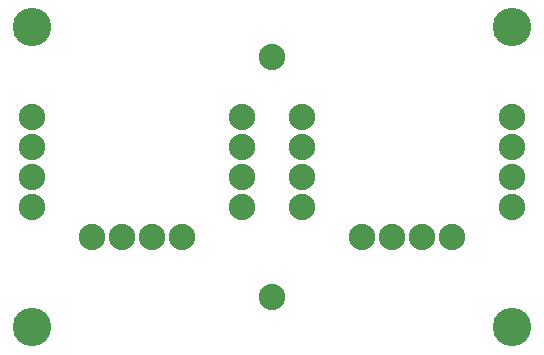
<source format=gts>
G04 MADE WITH FRITZING*
G04 WWW.FRITZING.ORG*
G04 DOUBLE SIDED*
G04 HOLES PLATED*
G04 CONTOUR ON CENTER OF CONTOUR VECTOR*
%ASAXBY*%
%FSLAX23Y23*%
%MOIN*%
%OFA0B0*%
%SFA1.0B1.0*%
%ADD10C,0.088000*%
%ADD11C,0.128110*%
%LNMASK1*%
G90*
G70*
G54D10*
X1715Y804D03*
X1715Y704D03*
X1715Y604D03*
X1715Y504D03*
X1015Y804D03*
X1015Y704D03*
X1015Y604D03*
X1015Y504D03*
X1215Y404D03*
X1315Y404D03*
X1415Y404D03*
X1515Y404D03*
X315Y404D03*
X415Y404D03*
X515Y404D03*
X615Y404D03*
X815Y804D03*
X815Y704D03*
X815Y604D03*
X815Y504D03*
G54D11*
X1715Y1104D03*
X1715Y104D03*
X115Y104D03*
X115Y1104D03*
G54D10*
X915Y1004D03*
X915Y204D03*
X115Y804D03*
X115Y704D03*
X115Y604D03*
X115Y504D03*
G04 End of Mask1*
M02*
</source>
